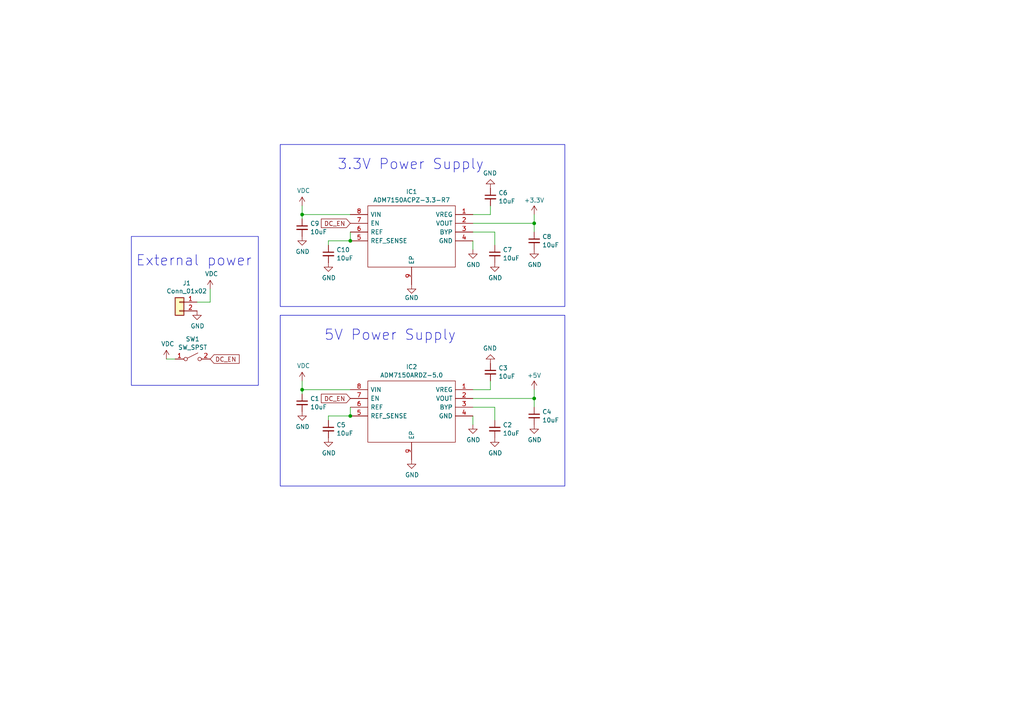
<source format=kicad_sch>
(kicad_sch (version 20230121) (generator eeschema)
  (paper "A4")
  (lib_symbols
    (symbol "Connector_Generic:Conn_01x02" (pin_names (offset 1.016) hide)
      (property "Reference" "J" (at 0 2.54 0))
      (property "Value" "Conn_01x02" (at 0 -5.08 0))
      (symbol "Conn_01x02_1_1"
        (rectangle (start -1.27 -2.413) (end 0 -2.667) (stroke (width 0.1524)))
        (rectangle (start -1.27 0.127) (end 0 -0.127) (stroke (width 0.1524)))
        (rectangle (start -1.27 1.27) (end 1.27 -3.81) (stroke (width 0.254)) (fill (type background)))
        (pin passive line (at -5.08 0 0) (length 3.81) (name "Pin_1") (number "1"))
        (pin passive line (at -5.08 -2.54 0) (length 3.81) (name "Pin_2") (number "2"))
      )
    )
    (symbol "Device:C_Small" (pin_numbers hide) (pin_names (offset 0.254) hide)
      (property "Reference" "C" (at 0.254 1.778 0))
      (property "Value" "C_Small" (at 0.254 -2.032 0))
      (symbol "C_Small_0_1"
        (polyline (pts (xy -1.524 -0.508) (xy 1.524 -0.508)) (stroke (width 0.3302)))
        (polyline (pts (xy -1.524 0.508) (xy 1.524 0.508)) (stroke (width 0.3048)))
      )
      (symbol "C_Small_1_1"
        (pin passive line (at 0 2.54 270) (length 2.032) (name "~") (number "1"))
        (pin passive line (at 0 -2.54 90) (length 2.032) (name "~") (number "2"))
      )
    )
    (symbol "SamacSys:ADM7150ACPZ-3.3-R7" (pin_names (offset 0.762))
      (property "Reference" "IC" (at 31.75 7.62 0))
      (property "Value" "ADM7150ACPZ-3.3-R7" (at 31.75 5.08 0))
      (symbol "ADM7150ACPZ-3.3-R7_0_0"
        (pin passive line (at 0 0 0) (length 5.08) (name "VREG") (number "1"))
        (pin passive line (at 0 -2.54 0) (length 5.08) (name "VOUT") (number "2"))
        (pin passive line (at 0 -5.08 0) (length 5.08) (name "BYP") (number "3"))
        (pin passive line (at 0 -7.62 0) (length 5.08) (name "GND") (number "4"))
        (pin passive line (at 35.56 -7.62 180) (length 5.08) (name "REF_SENSE") (number "5"))
        (pin passive line (at 35.56 -5.08 180) (length 5.08) (name "REF") (number "6"))
        (pin passive line (at 35.56 -2.54 180) (length 5.08) (name "EN") (number "7"))
        (pin passive line (at 35.56 0 180) (length 5.08) (name "VIN") (number "8"))
        (pin passive line (at 17.78 -20.32 90) (length 5.08) (name "EP") (number "9"))
      )
      (symbol "ADM7150ACPZ-3.3-R7_0_1"
        (polyline (pts (xy 5.08 2.54) (xy 30.48 2.54) (xy 30.48 -15.24) (xy 5.08 -15.24) (xy 5.08 2.54)) (stroke (width 0.1524)))
      )
    )
    (symbol "SamacSys:ADM7150ARDZ-5.0" (pin_names (offset 0.762))
      (property "Reference" "IC" (at 31.75 7.62 0))
      (property "Value" "ADM7150ARDZ-5.0" (at 31.75 5.08 0))
      (symbol "ADM7150ARDZ-5.0_0_0"
        (pin passive line (at 0 0 0) (length 5.08) (name "VREG") (number "1"))
        (pin passive line (at 0 -2.54 0) (length 5.08) (name "VOUT") (number "2"))
        (pin passive line (at 0 -5.08 0) (length 5.08) (name "BYP") (number "3"))
        (pin passive line (at 0 -7.62 0) (length 5.08) (name "GND") (number "4"))
        (pin passive line (at 35.56 -7.62 180) (length 5.08) (name "REF_SENSE") (number "5"))
        (pin passive line (at 35.56 -5.08 180) (length 5.08) (name "REF") (number "6"))
        (pin passive line (at 35.56 -2.54 180) (length 5.08) (name "EN") (number "7"))
        (pin passive line (at 35.56 0 180) (length 5.08) (name "VIN") (number "8"))
        (pin passive line (at 17.78 -20.32 90) (length 5.08) (name "EP") (number "9"))
      )
      (symbol "ADM7150ARDZ-5.0_0_1"
        (polyline (pts (xy 5.08 2.54) (xy 30.48 2.54) (xy 30.48 -15.24) (xy 5.08 -15.24) (xy 5.08 2.54)) (stroke (width 0.1524)))
      )
    )
    (symbol "Switch:SW_SPST" (pin_names (offset 0) hide)
      (property "Reference" "SW" (at 0 3.175 0))
      (property "Value" "SW_SPST" (at 0 -2.54 0))
      (symbol "SW_SPST_0_0"
        (circle (center -2.032 0) (radius 0.508))
        (polyline (pts (xy -1.524 0.254) (xy 1.524 1.778)))
        (circle (center 2.032 0) (radius 0.508))
      )
      (symbol "SW_SPST_1_1"
        (pin passive line (at -5.08 0 0) (length 2.54) (name "A") (number "1"))
        (pin passive line (at 5.08 0 180) (length 2.54) (name "B") (number "2"))
      )
    )
    (symbol "power:+3.3V" (power) (pin_names (offset 0))
      (property "Value" "+3.3V" (at 0 3.556 0))
      (symbol "+3.3V_0_1"
        (polyline (pts (xy -0.762 1.27) (xy 0 2.54)))
        (polyline (pts (xy 0 0) (xy 0 2.54)))
        (polyline (pts (xy 0 2.54) (xy 0.762 1.27)))
      )
      (symbol "+3.3V_1_1"
        (pin power_in line (at 0 0 90) (length 0) hide (name "+3.3V") (number "1"))
      )
    )
    (symbol "power:+5V" (power) (pin_names (offset 0))
      (property "Value" "+5V" (at 0 3.556 0))
      (symbol "+5V_0_1"
        (polyline (pts (xy -0.762 1.27) (xy 0 2.54)))
        (polyline (pts (xy 0 0) (xy 0 2.54)))
        (polyline (pts (xy 0 2.54) (xy 0.762 1.27)))
      )
      (symbol "+5V_1_1"
        (pin power_in line (at 0 0 90) (length 0) hide (name "+5V") (number "1"))
      )
    )
    (symbol "power:GND" (power) (pin_names (offset 0))
      (property "Value" "GND" (at 0 -3.81 0))
      (symbol "GND_0_1"
        (polyline (pts (xy 0 0) (xy 0 -1.27) (xy 1.27 -1.27) (xy 0 -2.54) (xy -1.27 -1.27) (xy 0 -1.27)))
      )
      (symbol "GND_1_1"
        (pin power_in line (at 0 0 270) (length 0) hide (name "GND") (number "1"))
      )
    )
    (symbol "power:VDC" (power) (pin_names (offset 0))
      (property "Value" "VDC" (at 0 6.35 0))
      (symbol "VDC_0_1"
        (polyline (pts (xy -0.762 1.27) (xy 0 2.54)))
        (polyline (pts (xy 0 0) (xy 0 2.54)))
        (polyline (pts (xy 0 2.54) (xy 0.762 1.27)))
      )
      (symbol "VDC_1_1"
        (pin power_in line (at 0 0 90) (length 0) hide (name "VDC") (number "1"))
      )
    )
  )
  (junction (at 101.6 120.65))
  (junction (at 87.63 113.03))
  (junction (at 101.6 69.85))
  (junction (at 154.94 64.77))
  (junction (at 87.63 62.23))
  (junction (at 154.94 115.57))
  (wire (pts (xy 143.51 67.31) (xy 143.51 71.12)))
  (wire (pts (xy 154.94 113.03) (xy 154.94 115.57)))
  (wire (pts (xy 87.63 113.03) (xy 87.63 114.3)))
  (wire (pts (xy 48.26 104.14) (xy 50.8 104.14)))
  (wire (pts (xy 101.6 118.11) (xy 101.6 120.65)))
  (wire (pts (xy 142.24 62.23) (xy 142.24 59.69)))
  (wire (pts (xy 101.6 113.03) (xy 87.63 113.03)))
  (wire (pts (xy 60.96 87.63) (xy 60.96 83.82)))
  (wire (pts (xy 101.6 62.23) (xy 87.63 62.23)))
  (wire (pts (xy 87.63 62.23) (xy 87.63 63.5)))
  (wire (pts (xy 137.16 64.77) (xy 154.94 64.77)))
  (wire (pts (xy 137.16 62.23) (xy 142.24 62.23)))
  (wire (pts (xy 137.16 113.03) (xy 142.24 113.03)))
  (wire (pts (xy 95.25 69.85) (xy 95.25 71.12)))
  (wire (pts (xy 137.16 118.11) (xy 143.51 118.11)))
  (wire (pts (xy 57.15 87.63) (xy 60.96 87.63)))
  (wire (pts (xy 137.16 115.57) (xy 154.94 115.57)))
  (wire (pts (xy 143.51 118.11) (xy 143.51 121.92)))
  (wire (pts (xy 87.63 59.69) (xy 87.63 62.23)))
  (wire (pts (xy 101.6 67.31) (xy 101.6 69.85)))
  (wire (pts (xy 87.63 110.49) (xy 87.63 113.03)))
  (wire (pts (xy 137.16 72.39) (xy 137.16 69.85)))
  (wire (pts (xy 142.24 113.03) (xy 142.24 110.49)))
  (wire (pts (xy 137.16 67.31) (xy 143.51 67.31)))
  (wire (pts (xy 137.16 123.19) (xy 137.16 120.65)))
  (wire (pts (xy 154.94 115.57) (xy 154.94 118.11)))
  (wire (pts (xy 95.25 120.65) (xy 95.25 121.92)))
  (wire (pts (xy 101.6 69.85) (xy 95.25 69.85)))
  (wire (pts (xy 101.6 120.65) (xy 95.25 120.65)))
  (wire (pts (xy 154.94 62.23) (xy 154.94 64.77)))
  (wire (pts (xy 154.94 64.77) (xy 154.94 67.31)))
  (rectangle (start 81.28 91.44) (end 163.83 140.97))
  (rectangle (start 81.28 41.91) (end 163.83 88.9))
  (rectangle (start 38.1 68.58) (end 74.93 111.76))
  (text "3.3V Power Supply" (at 97.79 49.53 0) (effects (font (size 3 3)) (justify left bottom)))
  (text "5V Power Supply" (at 93.98 99.06 0) (effects (font (size 3 3)) (justify left bottom)))
  (text "External power" (at 39.37 77.47 0) (effects (font (size 3 3)) (justify left bottom)))
  (global_label "DC_EN" (shape input) (at 101.6 64.77 180) (property "Intersheetrefs" "${INTERSHEET_REFS}" (effects hide)))
  (global_label "DC_EN" (shape input) (at 101.6 115.57 180) (property "Intersheetrefs" "${INTERSHEET_REFS}" (effects hide)))
  (global_label "DC_EN" (shape input) (at 60.96 104.14 0) (property "Intersheetrefs" "${INTERSHEET_REFS}" (effects hide)))
  (symbol (lib_id "Connector_Generic:Conn_01x02") (at 52.07 87.63 0) (mirror y) (unit 1)
    (property "Reference" "J1" (at 54.1528 82.1182 0))
    (property "Value" "Conn_01x02" (at 54.1528 84.4296 0))
  )
  (symbol (lib_id "power:VDC") (at 60.96 83.82 0) (unit 1)
    (property "Reference" "#PWR?" (effects hide))
    (property "Value" "VDC" (at 61.341 79.4258 0))
  )
  (symbol (lib_id "power:GND") (at 57.15 90.17 0) (unit 1)
    (property "Reference" "#PWR?" (effects hide))
    (property "Value" "GND" (at 57.277 94.5642 0))
  )
  (symbol (lib_id "power:GND") (at 154.94 72.39 0) (unit 1)
    (property "Reference" "#PWR013" (effects hide))
    (property "Value" "GND" (at 155.067 76.7842 0))
  )
  (symbol (lib_id "power:GND") (at 137.16 72.39 0) (unit 1)
    (property "Reference" "#PWR02" (effects hide))
    (property "Value" "GND" (at 137.287 76.7842 0))
  )
  (symbol (lib_id "Device:C_Small") (at 87.63 66.04 0) (unit 1)
    (property "Reference" "C9" (at 89.9541 64.8342 0) (effects (justify left)))
    (property "Value" "10uF" (at 89.9541 67.2584 0) (effects (justify left)))
  )
  (symbol (lib_id "power:GND") (at 119.38 133.35 0) (unit 1)
    (property "Reference" "#PWR03" (effects hide))
    (property "Value" "GND" (at 119.507 137.7442 0))
  )
  (symbol (lib_id "power:GND") (at 137.16 123.19 0) (unit 1)
    (property "Reference" "#PWR01" (effects hide))
    (property "Value" "GND" (at 137.287 127.5842 0))
  )
  (symbol (lib_id "Device:C_Small") (at 143.51 73.66 0) (unit 1)
    (property "Reference" "C7" (at 145.8341 72.4542 0) (effects (justify left)))
    (property "Value" "10uF" (at 145.8341 74.8784 0) (effects (justify left)))
  )
  (symbol (lib_id "power:+5V") (at 154.94 113.03 0) (unit 1)
    (property "Reference" "#PWR010" (effects hide))
    (property "Value" "+5V" (at 154.94 108.8969 0))
  )
  (symbol (lib_id "power:GND") (at 154.94 123.19 0) (unit 1)
    (property "Reference" "#PWR06" (effects hide))
    (property "Value" "GND" (at 155.067 127.5842 0))
  )
  (symbol (lib_id "Device:C_Small") (at 142.24 107.95 0) (unit 1)
    (property "Reference" "C3" (at 144.5641 106.7442 0) (effects (justify left)))
    (property "Value" "10uF" (at 144.5641 109.1684 0) (effects (justify left)))
  )
  (symbol (lib_id "power:VDC") (at 87.63 110.49 0) (unit 1)
    (property "Reference" "#PWR017" (effects hide))
    (property "Value" "VDC" (at 88.011 106.0958 0))
  )
  (symbol (lib_id "power:GND") (at 87.63 119.38 0) (unit 1)
    (property "Reference" "#PWR08" (effects hide))
    (property "Value" "GND" (at 87.757 123.7742 0))
  )
  (symbol (lib_id "SamacSys:ADM7150ARDZ-5.0") (at 137.16 113.03 0) (mirror y) (unit 1)
    (property "Reference" "IC2" (at 119.38 106.3965 0))
    (property "Value" "ADM7150ARDZ-5.0" (at 119.38 108.8207 0))
    (property "Footprint" "SOIC127P600X175-9N" (effects hide))
    (property "Datasheet" "http://www.farnell.com/datasheets/2252893.pdf" (effects hide))
    (property "Description" "RF Linear Regulator 5V 800mA SOIC8EP Analog Devices ADM7150 ADM7150ARDZ-5.0, Single Linear Voltage Regulator, 800mA 5 V, +/-1%, 8-Pin SOIC" (effects hide))
    (property "Height" "1.75" (effects hide))
    (property "Manufacturer_Name" "Analog Devices" (effects hide))
    (property "Manufacturer_Part_Number" "ADM7150ARDZ-5.0" (effects hide))
    (property "Mouser Part Number" "584-ADM7150ARDZ-5.0" (effects hide))
    (property "Mouser Price/Stock" "https://www.mouser.co.uk/ProductDetail/Analog-Devices/ADM7150ARDZ-50?qs=J50fqX%2Fl9irwq1mMDkiaAg%3D%3D" (effects hide))
    (property "Arrow Part Number" "ADM7150ARDZ-5.0" (effects hide))
    (property "Arrow Price/Stock" "https://www.arrow.com/en/products/adm7150ardz-5.0/analog-devices?region=europe" (effects hide))
  )
  (symbol (lib_id "power:+3.3V") (at 154.94 62.23 0) (unit 1)
    (property "Reference" "#PWR09" (effects hide))
    (property "Value" "+3.3V" (at 154.94 58.0969 0))
  )
  (symbol (lib_id "Device:C_Small") (at 143.51 124.46 0) (unit 1)
    (property "Reference" "C2" (at 145.8341 123.2542 0) (effects (justify left)))
    (property "Value" "10uF" (at 145.8341 125.6784 0) (effects (justify left)))
  )
  (symbol (lib_id "Device:C_Small") (at 95.25 73.66 0) (unit 1)
    (property "Reference" "C10" (at 97.5741 72.4542 0) (effects (justify left)))
    (property "Value" "10uF" (at 97.5741 74.8784 0) (effects (justify left)))
  )
  (symbol (lib_id "Device:C_Small") (at 154.94 120.65 0) (unit 1)
    (property "Reference" "C4" (at 157.2641 119.4442 0) (effects (justify left)))
    (property "Value" "10uF" (at 157.2641 121.8684 0) (effects (justify left)))
  )
  (symbol (lib_id "SamacSys:ADM7150ACPZ-3.3-R7") (at 137.16 62.23 0) (mirror y) (unit 1)
    (property "Reference" "IC1" (at 119.38 55.5965 0))
    (property "Value" "ADM7150ACPZ-3.3-R7" (at 119.38 58.0207 0))
    (property "Footprint" "SON50P300X300X85-9N-D" (effects hide))
    (property "Datasheet" "http://www.analog.com/media/en/technical-documentation/data-sheets/ADM7150.pdf" (effects hide))
    (property "Description" "LDO Voltage Regulators 800mA ULN LDO 3.3Vo" (effects hide))
    (property "Height" "0.85" (effects hide))
    (property "Manufacturer_Name" "Analog Devices" (effects hide))
    (property "Manufacturer_Part_Number" "ADM7150ACPZ-3.3-R7" (effects hide))
    (property "Mouser Part Number" "584-ADM7150ACPZ3.3R7" (effects hide))
    (property "Mouser Price/Stock" "https://www.mouser.co.uk/ProductDetail/Analog-Devices/ADM7150ACPZ-3.3-R7?qs=J50fqX%2Fl9iolnymw41jRZg%3D%3D" (effects hide))
    (property "Arrow Part Number" "ADM7150ACPZ-3.3-R7" (effects hide))
    (property "Arrow Price/Stock" "https://www.arrow.com/en/products/adm7150acpz-3.3-r7/analog-devices?region=nac" (effects hide))
  )
  (symbol (lib_id "power:VDC") (at 87.63 59.69 0) (unit 1)
    (property "Reference" "#PWR016" (effects hide))
    (property "Value" "VDC" (at 88.011 55.2958 0))
  )
  (symbol (lib_id "power:GND") (at 143.51 127 0) (unit 1)
    (property "Reference" "#PWR05" (effects hide))
    (property "Value" "GND" (at 143.637 131.3942 0))
  )
  (symbol (lib_id "Device:C_Small") (at 142.24 57.15 0) (unit 1)
    (property "Reference" "C6" (at 144.5641 55.9442 0) (effects (justify left)))
    (property "Value" "10uF" (at 144.5641 58.3684 0) (effects (justify left)))
  )
  (symbol (lib_id "power:GND") (at 119.38 82.55 0) (unit 1)
    (property "Reference" "#PWR04" (effects hide))
    (property "Value" "GND" (at 119.38 86.36 0))
  )
  (symbol (lib_id "power:GND") (at 142.24 54.61 180) (unit 1)
    (property "Reference" "#PWR019" (effects hide))
    (property "Value" "GND" (at 142.113 50.2158 0))
  )
  (symbol (lib_id "Device:C_Small") (at 154.94 69.85 0) (unit 1)
    (property "Reference" "C8" (at 157.2641 68.6442 0) (effects (justify left)))
    (property "Value" "10uF" (at 157.2641 71.0684 0) (effects (justify left)))
  )
  (symbol (lib_id "Switch:SW_SPST") (at 55.88 104.14 0) (unit 1)
    (property "Reference" "SW1" (at 55.88 98.3447 0))
    (property "Value" "SW_SPST" (at 55.88 100.7689 0))
  )
  (symbol (lib_id "Device:C_Small") (at 95.25 124.46 0) (unit 1)
    (property "Reference" "C5" (at 97.5741 123.2542 0) (effects (justify left)))
    (property "Value" "10uF" (at 97.5741 125.6784 0) (effects (justify left)))
  )
  (symbol (lib_id "power:GND") (at 95.25 76.2 0) (unit 1)
    (property "Reference" "#PWR014" (effects hide))
    (property "Value" "GND" (at 95.377 80.5942 0))
  )
  (symbol (lib_id "power:GND") (at 95.25 127 0) (unit 1)
    (property "Reference" "#PWR07" (effects hide))
    (property "Value" "GND" (at 95.377 131.3942 0))
  )
  (symbol (lib_id "power:GND") (at 143.51 76.2 0) (unit 1)
    (property "Reference" "#PWR011" (effects hide))
    (property "Value" "GND" (at 143.637 80.5942 0))
  )
  (symbol (lib_id "power:GND") (at 142.24 105.41 180) (unit 1)
    (property "Reference" "#PWR018" (effects hide))
    (property "Value" "GND" (at 142.113 101.0158 0))
  )
  (symbol (lib_id "Device:C_Small") (at 87.63 116.84 0) (unit 1)
    (property "Reference" "C1" (at 89.9541 115.6342 0) (effects (justify left)))
    (property "Value" "10uF" (at 89.9541 118.0584 0) (effects (justify left)))
  )
  (symbol (lib_id "power:VDC") (at 48.26 104.14 0) (unit 1)
    (property "Reference" "#PWR015" (effects hide))
    (property "Value" "VDC" (at 48.641 99.7458 0))
  )
  (symbol (lib_id "power:GND") (at 87.63 68.58 0) (unit 1)
    (property "Reference" "#PWR012" (effects hide))
    (property "Value" "GND" (at 87.757 72.9742 0))
  )
)
</source>
